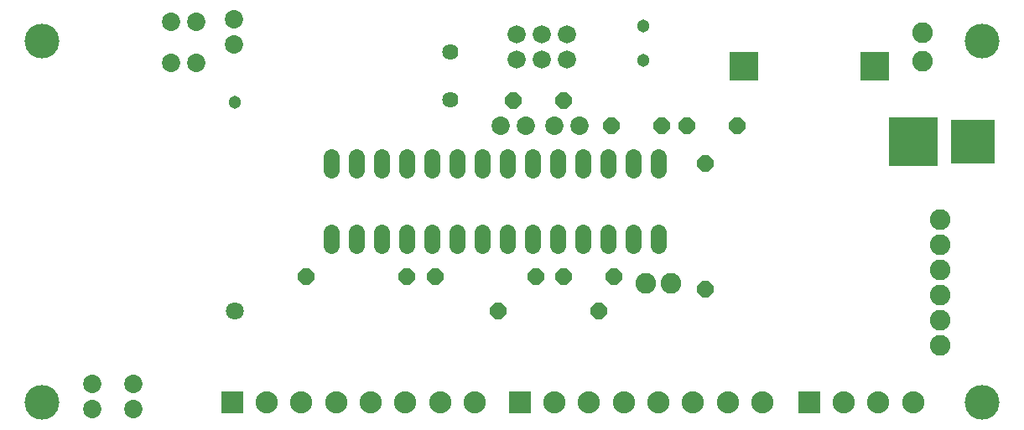
<source format=gbs>
G75*
G70*
%OFA0B0*%
%FSLAX24Y24*%
%IPPOS*%
%LPD*%
%AMOC8*
5,1,8,0,0,1.08239X$1,22.5*
%
%ADD10C,0.0640*%
%ADD11C,0.0820*%
%ADD12C,0.0640*%
%ADD13C,0.0730*%
%ADD14OC8,0.0640*%
%ADD15C,0.0513*%
%ADD16C,0.0710*%
%ADD17R,0.1175X0.1175*%
%ADD18C,0.1380*%
%ADD19R,0.0880X0.0880*%
%ADD20C,0.0880*%
%ADD21C,0.0720*%
%ADD22R,0.1740X0.1740*%
%ADD23R,0.1937X0.1937*%
D10*
X013101Y007821D02*
X013101Y008381D01*
X014101Y008381D02*
X014101Y007821D01*
X015101Y007821D02*
X015101Y008381D01*
X016101Y008381D02*
X016101Y007821D01*
X017101Y007821D02*
X017101Y008381D01*
X018101Y008381D02*
X018101Y007821D01*
X019101Y007821D02*
X019101Y008381D01*
X020101Y008381D02*
X020101Y007821D01*
X021101Y007821D02*
X021101Y008381D01*
X022101Y008381D02*
X022101Y007821D01*
X023101Y007821D02*
X023101Y008381D01*
X024101Y008381D02*
X024101Y007821D01*
X025101Y007821D02*
X025101Y008381D01*
X026101Y008381D02*
X026101Y007821D01*
X026101Y010821D02*
X026101Y011381D01*
X025101Y011381D02*
X025101Y010821D01*
X024101Y010821D02*
X024101Y011381D01*
X023101Y011381D02*
X023101Y010821D01*
X022101Y010821D02*
X022101Y011381D01*
X021101Y011381D02*
X021101Y010821D01*
X020101Y010821D02*
X020101Y011381D01*
X019101Y011381D02*
X019101Y010821D01*
X018101Y010821D02*
X018101Y011381D01*
X017101Y011381D02*
X017101Y010821D01*
X016101Y010821D02*
X016101Y011381D01*
X015101Y011381D02*
X015101Y010821D01*
X014101Y010821D02*
X014101Y011381D01*
X013101Y011381D02*
X013101Y010821D01*
D11*
X025601Y006351D03*
X026601Y006351D03*
X037304Y005881D03*
X037304Y006881D03*
X037304Y007881D03*
X037304Y008881D03*
X037304Y004881D03*
X037304Y003881D03*
X036601Y015156D03*
X036601Y016296D03*
D12*
X017851Y015551D03*
X017851Y013651D03*
D13*
X003601Y001351D03*
X005226Y001351D03*
X005226Y002351D03*
X003601Y002351D03*
X019851Y012601D03*
X020851Y012601D03*
X021976Y012601D03*
X022976Y012601D03*
X009226Y015851D03*
X007726Y015101D03*
X006726Y015101D03*
X006726Y016726D03*
X007726Y016726D03*
X009226Y016851D03*
D14*
X020351Y013601D03*
X022351Y013601D03*
X024226Y012601D03*
X026226Y012601D03*
X027226Y012601D03*
X029226Y012601D03*
X027976Y011101D03*
X024351Y006601D03*
X022351Y006601D03*
X021226Y006601D03*
X019726Y005226D03*
X017226Y006601D03*
X016101Y006601D03*
X012101Y006601D03*
X023726Y005226D03*
X027976Y006101D03*
D15*
X009274Y013543D03*
X025504Y015198D03*
X025504Y016576D03*
D16*
X009274Y005236D03*
D17*
X029501Y014976D03*
X034701Y014976D03*
D18*
X038976Y015976D03*
X038976Y001601D03*
X001601Y001601D03*
X001601Y015976D03*
D19*
X009166Y001601D03*
X020601Y001601D03*
X032101Y001601D03*
D20*
X033479Y001601D03*
X034857Y001601D03*
X036235Y001601D03*
X030246Y001601D03*
X028869Y001601D03*
X027491Y001601D03*
X026113Y001601D03*
X024735Y001601D03*
X023357Y001601D03*
X021979Y001601D03*
X018811Y001601D03*
X017433Y001601D03*
X016055Y001601D03*
X014677Y001601D03*
X013299Y001601D03*
X011921Y001601D03*
X010544Y001601D03*
D21*
X020476Y015226D03*
X021476Y015226D03*
X022476Y015226D03*
X022476Y016226D03*
X021476Y016226D03*
X020476Y016226D03*
D22*
X038614Y011976D03*
D23*
X036251Y011976D03*
M02*

</source>
